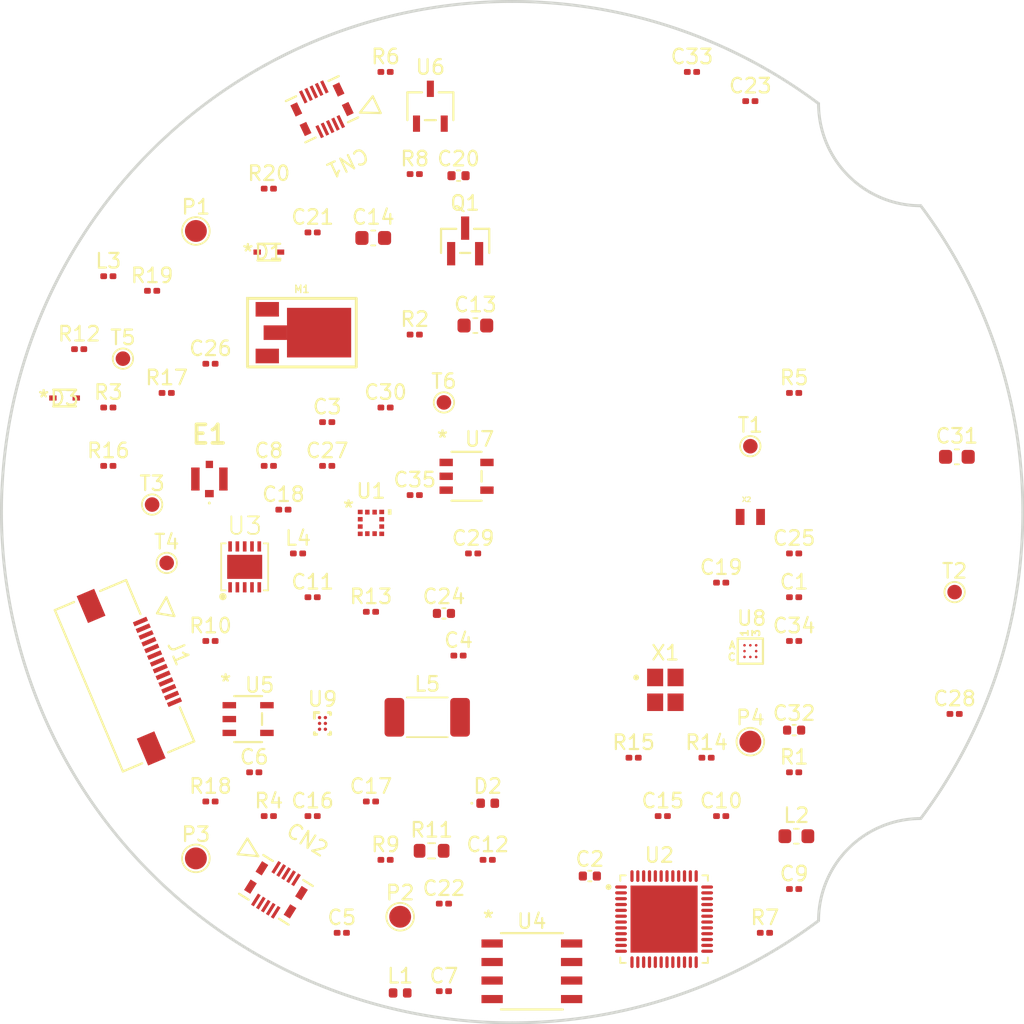
<source format=kicad_pcb>
(kicad_pcb (version 20240108) (generator "pcbnew") (generator_version "8.0")
  (layers (0 "F.Cu" signal) (31 "B.Cu" signal) (34 "B.Paste" user) (35 "F.Paste" user) (36 "B.SilkS" user "B.Silkscreen") (37 "F.SilkS" user "F.Silkscreen") (38 "B.Mask" user) (39 "F.Mask" user) (44 "Edge.Cuts" user))
  (net 0 "")
  (net 1 "Net-(U2-DEC4)")
  (net 2 "GND")
  (net 3 "3V3")
  (net 4 "Net-(U2-XC2)")
  (net 5 "Net-(U1-IO_VDD)")
  (net 6 "Net-(U2-P0.00{slash}XL1)")
  (net 7 "Net-(U2-XC1)")
  (net 8 "Net-(U2-DEC1)")
  (net 9 "Net-(U2-P0.01{slash}XL2)")
  (net 10 "Net-(U2-DEC3)")
  (net 11 "Net-(U2-DEC2)")
  (net 12 "Net-(U3-VREG)")
  (net 13 "Net-(C15-Pad1)")
  (net 14 "Net-(C15-Pad2)")
  (net 15 "Net-(U2-ANT)")
  (net 16 "VBAT")
  (net 17 "Net-(U5-CE)")
  (net 18 "Net-(D1-CATHODE)")
  (net 19 "Net-(D3-CATHODE)")
  (net 20 "Net-(D3-ANODE)")
  (net 21 "Net-(J1-VPP)")
  (net 22 "Net-(J1-VCOMH)")
  (net 23 "POWER_UP")
  (net 24 "BAT_P")
  (net 25 "RX2")
  (net 26 "RX3")
  (net 27 "TX0")
  (net 28 "RX1")
  (net 34 "SCL")
  (net 35 "HR_EN2")
  (net 36 "HR_INT")
  (net 37 "SDA")
  (net 38 "VUSB")
  (net 40 "Net-(J1-IREF)")
  (net 41 "SPI_CLK")
  (net 43 "OLED_CS")
  (net 44 "OLED_RES")
  (net 45 "OLED_A0")
  (net 46 "MOSI")
  (net 47 "Net-(L1-Pad2)")
  (net 48 "Net-(U2-DCC)")
  (net 49 "Net-(U9-SW)")
  (net 50 "Net-(Q1-B)")
  (net 51 "Net-(U3-CRX1)")
  (net 52 "Net-(U3-CRX3)")
  (net 53 "Net-(U3-CRX2)")
  (net 54 "RDY")
  (net 55 "Net-(U4-~HOLD~)")
  (net 56 "CLK")
  (net 57 "Net-(U4-~WP~)")
  (net 58 "C_STATUS")
  (net 59 "Net-(U7-ISEN)")
  (net 60 "MOTOR_DRV")
  (net 61 "Net-(U9-FB)")
  (net 62 "RX")
  (net 63 "TX")
  (net 64 "DIO")
  (net 65 "AC_CLK")
  (net 66 "AC_INT1")
  (net 68 "AC_MISO")
  (net 69 "AC_MOSI")
  (net 70 "AC_CS#")
  (net 74 "OLED_EN1")
  (net 78 "FLASH_CS")
  (net 80 "MISO")
  (net 81 "INT")
  (footprint "OD07_PLUS_-easyedapro:R_0201_0603Metric" (layer "F.Cu") (at 143.325 125.83000000000001 0.0)
    (property "Reference" "R4" (at 0 -1.05 0) (layer "F.SilkS"))
    (property "Value" "10K")
    (pad "1" smd roundrect (at -0.32 0) (size 0.46 0.4) (layers "F.Cu" "F.Mask") (net 54 "RDY"))
    (pad "2" smd roundrect (at 0.32 0) (size 0.46 0.4) (layers "F.Cu" "F.Mask") (net 3 "3V3"))
  )
  (footprint "OD07_PLUS_-easyedapro:C_0201_0603Metric" (layer "F.Cu") (at 174.325 109.83000000000001 0.0)
    (property "Reference" "C19" (at 0 -1.05 0) (layer "F.SilkS"))
    (property "Value" "0.1uF")
    (pad "1" smd roundrect (at -0.32 0) (size 0.46 0.4) (layers "F.Cu" "F.Mask") (net 2 "GND"))
    (pad "2" smd roundrect (at 0.32 0) (size 0.46 0.4) (layers "F.Cu" "F.Mask") (net 3 "3V3"))
  )
  (footprint "OD07_PLUS_-easyedapro:C_0201_0603Metric" (layer "F.Cu") (at 150.325 124.83000000000001 0.0)
    (property "Reference" "C17" (at 0 -1.05 0) (layer "F.SilkS"))
    (property "Value" "NC")
    (pad "1" smd roundrect (at -0.32 0) (size 0.46 0.4) (layers "F.Cu" "F.Mask") (net 14 "Net-(C15-Pad2)"))
    (pad "2" smd roundrect (at 0.32 0) (size 0.46 0.4) (layers "F.Cu" "F.Mask") (net 2 "GND"))
  )
  (footprint "OD07_PLUS_-easyedapro:TestPoint_Pad_D1.0mm" (layer "F.Cu") (at 190.325 110.48 0.0)
    (property "Reference" "T2" (at 0 -1.448 0) (layer "F.SilkS"))
    (property "Value" "TX")
    (pad "1" smd circle (at 0 0) (size 1 1) (layers "F.Cu" "F.Mask") (net 63 "TX"))
  )
  (footprint "OD07_PLUS_-easyedapro:C_0201_0603Metric" (layer "F.Cu") (at 147.325 101.83 0.0)
    (property "Reference" "C27" (at 0 -1.05 0) (layer "F.SilkS"))
    (property "Value" "0.1uF")
    (pad "1" smd roundrect (at -0.32 0) (size 0.46 0.4) (layers "F.Cu" "F.Mask") (net 2 "GND"))
    (pad "2" smd roundrect (at 0.32 0) (size 0.46 0.4) (layers "F.Cu" "F.Mask") (net 3 "3V3"))
  )
  (footprint "OD07_PLUS_-easyedapro:R_0201_0603Metric" (layer "F.Cu") (at 153.325 81.83 0.0)
    (property "Reference" "R8" (at 0 -1.05 0) (layer "F.SilkS"))
    (property "Value" "10K")
    (pad "1" smd roundrect (at -0.32 0) (size 0.46 0.4) (layers "F.Cu" "F.Mask") (net 3 "3V3"))
    (pad "2" smd roundrect (at 0.32 0) (size 0.46 0.4) (layers "F.Cu" "F.Mask") (net 58 "C_STATUS"))
  )
  (footprint "OD07_PLUS_-easyedapro:CON_559099872" (layer "F.Cu") (at 146.97019948643208 77.38801487468777 -154.73787081820382)
    (property "Reference" "CN1" (at 0 -4.05 -154.73787081820382) (layer "F.SilkS"))
    (property "Value" "")
    (fp_text user "" (at 0 -7.619999 0) (layer "F.SilkS"))
    (pad "1" smd rect (at -0.800001 -1.314999 -154.73787081820382) (size 0.22 0.9) (layers "F.Cu" "F.Paste" "F.Mask") (net 28 "RX1"))
    (pad "2" smd rect (at -0.399999 -1.314999 -154.73787081820382) (size 0.22 0.9) (layers "F.Cu" "F.Paste" "F.Mask") (net 25 "RX2"))
    (pad "3" smd rect (at 0 -1.314999 -154.73787081820382) (size 0.22 0.9) (layers "F.Cu" "F.Paste" "F.Mask") (net 26 "RX3"))
    (pad "4" smd rect (at 0.399999 -1.314999 -154.73787081820382) (size 0.22 0.9) (layers "F.Cu" "F.Paste" "F.Mask") (net 27 "TX0"))
    (pad "5" smd rect (at 0.800001 -1.314999 -154.73787081820382) (size 0.22 0.9) (layers "F.Cu" "F.Paste" "F.Mask"))
    (pad "6" smd rect (at -0.800001 1.314999 -154.73787081820382) (size 0.22 0.9) (layers "F.Cu" "F.Paste" "F.Mask"))
    (pad "7" smd rect (at -0.399999 1.314999 -154.73787081820382) (size 0.22 0.9) (layers "F.Cu" "F.Paste" "F.Mask"))
    (pad "8" smd rect (at 0 1.314999 -154.73787081820382) (size 0.22 0.9) (layers "F.Cu" "F.Paste" "F.Mask"))
    (pad "9" smd rect (at 0.399999 1.314999 -154.73787081820382) (size 0.22 0.9) (layers "F.Cu" "F.Paste" "F.Mask") (net 2 "GND"))
    (pad "10" smd rect (at 0.800001 1.314999 -154.73787081820382) (size 0.22 0.9) (layers "F.Cu" "F.Paste" "F.Mask") (net 2 "GND"))
    (pad "P1" smd rect (at -1.6 0.74 -154.73787081820382) (size 0.5 0.85) (layers "F.Cu" "F.Paste" "F.Mask"))
    (pad "P2" smd rect (at 1.599997 0.74 -154.73787081820382) (size 0.5 0.85) (layers "F.Cu" "F.Paste" "F.Mask"))
    (pad "P3" smd rect (at -1.6 -0.74 -154.73787081820382) (size 0.5 0.85) (layers "F.Cu" "F.Paste" "F.Mask"))
    (pad "P4" smd rect (at 1.599997 -0.74 -154.73787081820382) (size 0.5 0.85) (layers "F.Cu" "F.Paste" "F.Mask"))
  )
  (footprint "OD07_PLUS_-easyedapro:D_0402_1005Metric" (layer "F.Cu") (at 158.325 124.95 0.0)
    (property "Reference" "D2" (at 0 -1.17 0) (layer "F.SilkS"))
    (property "Value" "BTR04F15")
    (pad "1" smd roundrect (at -0.485 0) (size 0.59 0.64) (layers "F.Cu" "F.Paste" "F.Mask") (net 2 "GND"))
    (pad "2" smd roundrect (at 0.485 0) (size 0.59 0.64) (layers "F.Cu" "F.Paste" "F.Mask") (net 38 "VUSB"))
  )
  (footprint "OD07_PLUS_-easyedapro:C_0201_0603Metric" (layer "F.Cu") (at 147.325 98.83 0.0)
    (property "Reference" "C3" (at 0 -1.05 0) (layer "F.SilkS"))
    (property "Value" "0.1uF")
    (pad "1" smd roundrect (at -0.32 0) (size 0.46 0.4) (layers "F.Cu" "F.Mask") (net 2 "GND"))
    (pad "2" smd roundrect (at 0.32 0) (size 0.46 0.4) (layers "F.Cu" "F.Mask") (net 3 "3V3"))
  )
  (footprint "OD07_PLUS_-easyedapro:L_0201_0603Metric" (layer "F.Cu") (at 132.325 88.83 0.0)
    (property "Reference" "L3" (at 0 -1.05 0) (layer "F.SilkS"))
    (property "Value" "3.9nH")
    (pad "1" smd roundrect (at -0.32 0) (size 0.46 0.4) (layers "F.Cu" "F.Mask") (net 15 "Net-(U2-ANT)"))
    (pad "2" smd roundrect (at 0.32 0) (size 0.46 0.4) (layers "F.Cu" "F.Mask") (net 13 "Net-(C15-Pad1)"))
  )
  (footprint "OD07_PLUS_-easyedapro:C_0603_1608Metric" (layer "F.Cu") (at 190.48000000000002 101.21 0.0)
    (property "Reference" "C31" (at 0 -1.43 0) (layer "F.SilkS"))
    (property "Value" "2.2uF")
    (pad "1" smd roundrect (at -0.775 0) (size 0.9 0.95) (layers "F.Cu" "F.Paste" "F.Mask") (net 21 "Net-(J1-VPP)"))
    (pad "2" smd roundrect (at 0.775 0) (size 0.9 0.95) (layers "F.Cu" "F.Paste" "F.Mask") (net 2 "GND"))
  )
  (footprint "OD07_PLUS_-easyedapro:C_0201_0603Metric" (layer "F.Cu") (at 151.325 97.83 0.0)
    (property "Reference" "C30" (at 0 -1.05 0) (layer "F.SilkS"))
    (property "Value" "0.1uF")
    (pad "1" smd roundrect (at -0.32 0) (size 0.46 0.4) (layers "F.Cu" "F.Mask") (net 2 "GND"))
    (pad "2" smd roundrect (at 0.32 0) (size 0.46 0.4) (layers "F.Cu" "F.Mask") (net 21 "Net-(J1-VPP)"))
  )
  (footprint "OD07_PLUS_-easyedapro:CON_5051101392_MOL" (layer "F.Cu") (at 133.43273268521878 116.21303198831464 -67.11725995340518)
    (property "Reference" "J1" (at 0 -4.05 -67.11725995340518) (layer "F.SilkS"))
    (property "Value" "")
    (fp_text user "" (at 0 -8.89 0) (layer "F.SilkS"))
    (pad "1" smd rect (at -2.999999 -2.45 -67.11725995340518) (size 0.3 1) (layers "F.Cu" "F.Paste" "F.Mask"))
    (pad "2" smd rect (at -2.5 -2.45 -67.11725995340518) (size 0.3 1) (layers "F.Cu" "F.Paste" "F.Mask") (net 21 "Net-(J1-VPP)"))
    (pad "3" smd rect (at -1.999999 -2.45 -67.11725995340518) (size 0.3 1) (layers "F.Cu" "F.Paste" "F.Mask") (net 22 "Net-(J1-VCOMH)"))
    (pad "4" smd rect (at -1.5 -2.45 -67.11725995340518) (size 0.3 1) (layers "F.Cu" "F.Paste" "F.Mask") (net 3 "3V3"))
    (pad "5" smd rect (at -0.999998 -2.45 -67.11725995340518) (size 0.3 1) (layers "F.Cu" "F.Paste" "F.Mask") (net 2 "GND"))
    (pad "6" smd rect (at -0.499999 -2.45 -67.11725995340518) (size 0.3 1) (layers "F.Cu" "F.Paste" "F.Mask") (net 40 "Net-(J1-IREF)"))
    (pad "7" smd rect (at 0 -2.45 -67.11725995340518) (size 0.3 1) (layers "F.Cu" "F.Paste" "F.Mask") (net 43 "OLED_CS"))
    (pad "8" smd rect (at 0.500002 -2.45 -67.11725995340518) (size 0.3 1) (layers "F.Cu" "F.Paste" "F.Mask") (net 44 "OLED_RES"))
    (pad "9" smd rect (at 1.000001 -2.45 -67.11725995340518) (size 0.3 1) (layers "F.Cu" "F.Paste" "F.Mask") (net 45 "OLED_A0"))
    (pad "10" smd rect (at 1.500002 -2.45 -67.11725995340518) (size 0.3 1) (layers "F.Cu" "F.Paste" "F.Mask") (net 41 "SPI_CLK"))
    (pad "11" smd rect (at 2.000001 -2.45 -67.11725995340518) (size 0.3 1) (layers "F.Cu" "F.Paste" "F.Mask") (net 46 "MOSI"))
    (pad "12" smd rect (at 2.5 -2.45 -67.11725995340518) (size 0.3 1) (layers "F.Cu" "F.Paste" "F.Mask") (net 2 "GND"))
    (pad "13" smd rect (at 3.000002 -2.45 -67.11725995340518) (size 0.3 1) (layers "F.Cu" "F.Paste" "F.Mask"))
    (pad "P1" smd rect (at -5.299994 0.249999 -67.11725995340518) (size 2 1.3) (layers "F.Cu" "F.Paste" "F.Mask"))
    (pad "P2" smd rect (at 5.299994 0.249999 -67.11725995340518) (size 2 1.3) (layers "F.Cu" "F.Paste" "F.Mask"))
  )
  (footprint "OD07_PLUS_-easyedapro:C_0201_0603Metric" (layer "F.Cu") (at 179.325 130.83 0.0)
    (property "Reference" "C9" (at 0 -1.05 0) (layer "F.SilkS"))
    (property "Value" "0.1uF")
    (pad "1" smd roundrect (at -0.32 0) (size 0.46 0.4) (layers "F.Cu" "F.Mask") (net 8 "Net-(U2-DEC1)"))
    (pad "2" smd roundrect (at 0.32 0) (size 0.46 0.4) (layers "F.Cu" "F.Mask") (net 2 "GND"))
  )
  (footprint "OD07_PLUS_-easyedapro:L_0402_1005Metric" (layer "F.Cu") (at 152.325 137.95 0.0)
    (property "Reference" "L1" (at 0 -1.17 0) (layer "F.SilkS"))
    (property "Value" "15nH")
    (pad "1" smd roundrect (at -0.485 0) (size 0.59 0.64) (layers "F.Cu" "F.Paste" "F.Mask") (net 1 "Net-(U2-DEC4)"))
    (pad "2" smd roundrect (at 0.485 0) (size 0.59 0.64) (layers "F.Cu" "F.Paste" "F.Mask") (net 47 "Net-(L1-Pad2)"))
  )
  (footprint "OD07_PLUS_-easyedapro:C_0201_0603Metric" (layer "F.Cu") (at 143.325 101.83 0.0)
    (property "Reference" "C8" (at 0 -1.05 0) (layer "F.SilkS"))
    (property "Value" "12pF")
    (pad "1" smd roundrect (at -0.32 0) (size 0.46 0.4) (layers "F.Cu" "F.Mask") (net 7 "Net-(U2-XC1)"))
    (pad "2" smd roundrect (at 0.32 0) (size 0.46 0.4) (layers "F.Cu" "F.Mask") (net 2 "GND"))
  )
  (footprint "OD07_PLUS_-easyedapro:SOT-23_MCC" (layer "F.Cu") (at 156.778 86.4104 0.0)
    (property "Reference" "Q1" (at -0.01 -2.59 0) (layer "F.SilkS"))
    (property "Value" "MMBT3904")
    (pad "1" smd rect (at -0.95885 0.8763) (size 0.5588 1.6002) (layers "F.Cu" "F.Paste" "F.Mask") (net 50 "Net-(Q1-B)"))
    (pad "2" smd rect (at 0.95885 0.8763) (size 0.5588 1.6002) (layers "F.Cu" "F.Paste" "F.Mask") (net 2 "GND"))
    (pad "3" smd rect (at 0 -0.8763) (size 0.5588 1.6002) (layers "F.Cu" "F.Paste" "F.Mask") (net 20 "Net-(D3-ANODE)"))
  )
  (footprint "OD07_PLUS_-easyedapro:TestPoint_Pad_D1.5mm" (layer "F.Cu") (at 138.325 128.73000000000002 0.0)
    (property "Reference" "P3" (at 0 -1.648 0) (layer "F.SilkS"))
    (property "Value" "GND")
    (pad "1" smd circle (at 0 0) (size 1.5 1.5) (layers "F.Cu" "F.Mask") (net 2 "GND"))
  )
  (footprint "OD07_PLUS_-easyedapro:C_0201_0603Metric" (layer "F.Cu") (at 158.325 128.83 0.0)
    (property "Reference" "C12" (at 0 -1.05 0) (layer "F.SilkS"))
    (property "Value" "NC")
    (pad "1" smd roundrect (at -0.32 0) (size 0.46 0.4) (layers "F.Cu" "F.Mask") (net 11 "Net-(U2-DEC2)"))
    (pad "2" smd roundrect (at 0.32 0) (size 0.46 0.4) (layers "F.Cu" "F.Mask") (net 2 "GND"))
  )
  (footprint "OD07_PLUS_-easyedapro:R_0201_0603Metric" (layer "F.Cu") (at 179.325 96.83 0.0)
    (property "Reference" "R5" (at 0 -1.05 0) (layer "F.SilkS"))
    (property "Value" "10K")
    (pad "1" smd roundrect (at -0.32 0) (size 0.46 0.4) (layers "F.Cu" "F.Mask") (net 3 "3V3"))
    (pad "2" smd roundrect (at 0.32 0) (size 0.46 0.4) (layers "F.Cu" "F.Mask") (net 55 "Net-(U4-~HOLD~)"))
  )
  (footprint "OD07_PLUS_-easyedapro:TestPoint_Pad_D1.0mm" (layer "F.Cu") (at 135.325 104.48 0.0)
    (property "Reference" "T3" (at 0 -1.448 0) (layer "F.SilkS"))
    (property "Value" "SWDIO")
    (pad "1" smd circle (at 0 0) (size 1 1) (layers "F.Cu" "F.Mask") (net 64 "DIO"))
  )
  (footprint "OD07_PLUS_-easyedapro:TestPoint_Pad_D1.5mm" (layer "F.Cu") (at 176.325 120.73 0.0)
    (property "Reference" "P4" (at 0 -1.648 0) (layer "F.SilkS"))
    (property "Value" "B-")
    (pad "1" smd circle (at 0 0) (size 1.5 1.5) (layers "F.Cu" "F.Mask") (net 2 "GND"))
  )
  (footprint "OD07_PLUS_-easyedapro:WL-CSPBGA8_1p2x1p2x0p5_AKM" (layer "F.Cu") (at 176.325 114.5245 0.0)
    (property "Reference" "U8" (at 0.09 -2.25 0) (layer "F.SilkS"))
    (property "Value" "AK09911C")
    (fp_text user "C" (at -1.28 0.41 0) (layer "F.SilkS") (effects (font (size 0.5 0.5))))
    (fp_text user "1" (at -0.4 -1.2446 90) (layer "F.SilkS") (effects (font (size 0.5 0.5))))
    (fp_text user "A" (at -1.2446 -0.4 0) (layer "F.SilkS") (effects (font (size 0.5 0.5))))
    (fp_text user "3" (at 0.4 -1.2446 90) (layer "F.SilkS") (effects (font (size 0.5 0.5))))
    (pad "A1" smd circle (at -0.4 -0.4) (size 0.1778 0.1778) (layers "F.Cu" "F.Paste" "F.Mask") (net 3 "3V3"))
    (pad "A2" smd circle (at 0 -0.4) (size 0.1778 0.1778) (layers "F.Cu" "F.Paste" "F.Mask"))
    (pad "A3" smd circle (at 0.4 -0.4) (size 0.1778 0.1778) (layers "F.Cu" "F.Paste" "F.Mask") (net 81 "INT"))
    (pad "B1" smd circle (at -0.4 0) (size 0.1778 0.1778) (layers "F.Cu" "F.Paste" "F.Mask") (net 2 "GND"))
    (pad "B3" smd circle (at 0.4 0) (size 0.1778 0.1778) (layers "F.Cu" "F.Paste" "F.Mask") (net 34 "SCL"))
    (pad "C1" smd circle (at -0.4 0.4) (size 0.1778 0.1778) (layers "F.Cu" "F.Paste" "F.Mask") (net 3 "3V3"))
    (pad "C2" smd circle (at 0 0.4) (size 0.1778 0.1778) (layers "F.Cu" "F.Paste" "F.Mask"))
    (pad "C3" smd circle (at 0.4 0.4) (size 0.1778 0.1778) (layers "F.Cu" "F.Paste" "F.Mask") (net 37 "SDA"))
  )
  (footprint "OD07_PLUS_-easyedapro:R_0201_0603Metric" (layer "F.Cu") (at 151.325 128.83 0.0)
    (property "Reference" "R9" (at 0 -1.05 0) (layer "F.SilkS"))
    (property "Value" "NC")
    (pad "1" smd roundrect (at -0.32 0) (size 0.46 0.4) (layers "F.Cu" "F.Mask") (net 17 "Net-(U5-CE)"))
    (pad "2" smd roundrect (at 0.32 0) (size 0.46 0.4) (layers "F.Cu" "F.Mask") (net 16 "VBAT"))
  )
  (footprint "OD07_PLUS_-easyedapro:R_0201_0603Metric" (layer "F.Cu") (at 153.325 92.83 0.0)
    (property "Reference" "R2" (at 0 -1.05 0) (layer "F.SilkS"))
    (property "Value" "330R")
    (pad "1" smd roundrect (at -0.32 0) (size 0.46 0.4) (layers "F.Cu" "F.Mask") (net 52 "Net-(U3-CRX3)"))
    (pad "2" smd roundrect (at 0.32 0) (size 0.46 0.4) (layers "F.Cu" "F.Mask") (net 26 "RX3"))
  )
  (footprint "OD07_PLUS_-easyedapro:C_0201_0603Metric" (layer "F.Cu") (at 170.325 125.83000000000001 0.0)
    (property "Reference" "C15" (at 0 -1.05 0) (layer "F.SilkS"))
    (property "Value" "12pF")
    (pad "1" smd roundrect (at -0.32 0) (size 0.46 0.4) (layers "F.Cu" "F.Mask") (net 13 "Net-(C15-Pad1)"))
    (pad "2" smd roundrect (at 0.32 0) (size 0.46 0.4) (layers "F.Cu" "F.Mask") (net 14 "Net-(C15-Pad2)"))
  )
  (footprint "OD07_PLUS_-easyedapro:CR_350TA_DIO" (layer "F.Cu") (at 143.325 87.1785 0.0)
    (property "Reference" "D1" (at 0 0 0) (layer "F.SilkS"))
    (property "Value" "ZHCS350TA")
    (fp_text user "*" (at -1.4351 0 0) (layer "F.SilkS"))
    (fp_text user "*" (at -1.4351 0 0) (layer "F.SilkS"))
    (pad "1" smd rect (at -0.8001 0) (size 0.508 0.3556) (layers "F.Cu" "F.Paste" "F.Mask") (net 38 "VUSB"))
    (pad "2" smd rect (at 0.8001 0) (size 0.508 0.3556) (layers "F.Cu" "F.Paste" "F.Mask") (net 18 "Net-(D1-CATHODE)"))
  )
  (footprint "OD07_PLUS_-easyedapro:C_0402_1005Metric" (layer "F.Cu") (at 165.325 129.94 0.0)
    (property "Reference" "C2" (at 0 -1.16 0) (layer "F.SilkS"))
    (property "Value" "4.7uF")
    (pad "1" smd roundrect (at -0.48 0) (size 0.56 0.62) (layers "F.Cu" "F.Paste" "F.Mask") (net 2 "GND"))
    (pad "2" smd roundrect (at 0.48 0) (size 0.56 0.62) (layers "F.Cu" "F.Paste" "F.Mask") (net 3 "3V3"))
  )
  (footprint "OD07_PLUS_-easyedapro:IQS263B" (layer "F.Cu") (at 141.66957329231266 108.74957329231265 0.0)
    (property "Reference" "U3" (at 0 -2.81 0) (layer "F.SilkS") (effects (font (size 1.2 1.2) (thickness 0.12))))
    (property "Value" "IQS263")
    (pad "1" smd rect (at -1 1.4 90) (size 0.7 0.25) (layers "F.Cu" "F.Paste" "F.Mask") (net 2 "GND"))
    (pad "2" smd rect (at -0.5 1.4 90) (size 0.7 0.25) (layers "F.Cu" "F.Paste" "F.Mask") (net 51 "Net-(U3-CRX1)"))
    (pad "3" smd rect (at 0 1.4 90) (size 0.7 0.25) (layers "F.Cu" "F.Paste" "F.Mask") (net 53 "Net-(U3-CRX2)"))
    (pad "4" smd rect (at 0.5 1.4 90) (size 0.7 0.25) (layers "F.Cu" "F.Paste" "F.Mask") (net 3 "3V3"))
    (pad "5" smd rect (at 1 1.4 90) (size 0.7 0.25) (layers "F.Cu" "F.Paste" "F.Mask") (net 12 "Net-(U3-VREG)"))
    (pad "6" smd rect (at 1 -1.4 90) (size 0.7 0.25) (layers "F.Cu" "F.Paste" "F.Mask") (net 54 "RDY"))
    (pad "7" smd rect (at 0.5 -1.4 90) (size 0.7 0.25) (layers "F.Cu" "F.Paste" "F.Mask") (net 37 "SDA"))
    (pad "8" smd rect (at 0 -1.4 90) (size 0.7 0.25) (layers "F.Cu" "F.Paste" "F.Mask") (net 34 "SCL"))
    (pad "9" smd rect (at -0.5 -1.4 90) (size 0.7 0.25) (layers "F.Cu" "F.Paste" "F.Mask") (net 52 "Net-(U3-CRX3)"))
    (pad "10" smd rect (at -1 -1.4 90) (size 0.7 0.25) (layers "F.Cu" "F.Paste" "F.Mask") (net 27 "TX0"))
    (pad "11" smd rect (at 0 0) (size 2.4 1.65) (layers "F.Cu" "F.Paste" "F.Mask") (net 2 "GND"))
  )
  (footprint "OD07_PLUS_-easyedapro:TestPoint_Pad_D1.0mm" (layer "F.Cu") (at 155.325 97.48 0.0)
    (property "Reference" "T6" (at 0 -1.448 0) (layer "F.SilkS"))
    (property "Value" "GND")
    (pad "1" smd circle (at 0 0) (size 1 1) (layers "F.Cu" "F.Mask") (net 2 "GND"))
  )
  (footprint "OD07_PLUS_-easyedapro:CR_350TA_DIO" (layer "F.Cu") (at 129.325 97.1785 0.0)
    (property "Reference" "D3" (at 0 0 0) (layer "F.SilkS"))
    (property "Value" "ZHCS350TA")
    (fp_text user "*" (at -1.4351 0 0) (layer "F.SilkS"))
    (fp_text user "*" (at -1.4351 0 0) (layer "F.SilkS"))
    (pad "1" smd rect (at -0.8001 0) (size 0.508 0.3556) (layers "F.Cu" "F.Paste" "F.Mask") (net 20 "Net-(D3-ANODE)"))
    (pad "2" smd rect (at 0.8001 0) (size 0.508 0.3556) (layers "F.Cu" "F.Paste" "F.Mask") (net 19 "Net-(D3-CATHODE)"))
  )
  (footprint "OD07_PLUS_-easyedapro:C_0201_0603Metric" (layer "F.Cu") (at 146.325 110.83000000000001 0.0)
    (property "Reference" "C11" (at 0 -1.05 0) (layer "F.SilkS"))
    (property "Value" "100pF")
    (pad "1" smd roundrect (at -0.32 0) (size 0.46 0.4) (layers "F.Cu" "F.Mask") (net 10 "Net-(U2-DEC3)"))
    (pad "2" smd roundrect (at 0.32 0) (size 0.46 0.4) (layers "F.Cu" "F.Mask") (net 2 "GND"))
  )
  (footprint "OD07_PLUS_-easyedapro:CON_559099872" (layer "F.Cu") (at 143.81238488865552 130.88743276756145 -32.018081909724444)
    (property "Reference" "CN2" (at 0 -4.05 -32.018081909724444) (layer "F.SilkS"))
    (property "Value" "")
    (fp_text user "" (at 0 -7.619999 0) (layer "F.SilkS"))
    (pad "1" smd rect (at -0.800001 -1.314999 -32.018081909724444) (size 0.22 0.9) (layers "F.Cu" "F.Paste" "F.Mask") (net 37 "SDA"))
    (pad "2" smd rect (at -0.399999 -1.314999 -32.018081909724444) (size 0.22 0.9) (layers "F.Cu" "F.Paste" "F.Mask") (net 34 "SCL"))
    (pad "3" smd rect (at 0 -1.314999 -32.018081909724444) (size 0.22 0.9) (layers "F.Cu" "F.Paste" "F.Mask") (net 36 "HR_INT"))
    (pad "4" smd rect (at 0.399999 -1.314999 -32.018081909724444) (size 0.22 0.9) (layers "F.Cu" "F.Paste" "F.Mask") (net 35 "HR_EN2"))
    (pad "5" smd rect (at 0.800001 -1.314999 -32.018081909724444) (size 0.22 0.9) (layers "F.Cu" "F.Paste" "F.Mask") (net 3 "3V3"))
    (pad "6" smd rect (at -0.800001 1.314999 -32.018081909724444) (size 0.22 0.9) (layers "F.Cu" "F.Paste" "F.Mask") (net 16 "VBAT"))
    (pad "7" smd rect (at -0.399999 1.314999 -32.018081909724444) (size 0.22 0.9) (layers "F.Cu" "F.Paste" "F.Mask") (net 16 "VBAT"))
    (pad "8" smd rect (at 0 1.314999 -32.018081909724444) (size 0.22 0.9) (layers "F.Cu" "F.Paste" "F.Mask"))
    (pad "9" smd rect (at 0.399999 1.314999 -32.018081909724444) (size 0.22 0.9) (layers "F.Cu" "F.Paste" "F.Mask") (net 2 "GND"))
    (pad "10" smd rect (at 0.800001 1.314999 -32.018081909724444) (size 0.22 0.9) (layers "F.Cu" "F.Paste" "F.Mask") (net 2 "GND"))
    (pad "P1" smd rect (at -1.6 0.74 -32.018081909724444) (size 0.5 0.85) (layers "F.Cu" "F.Paste" "F.Mask"))
    (pad "P2" smd rect (at 1.599997 0.74 -32.018081909724444) (size 0.5 0.85) (layers "F.Cu" "F.Paste" "F.Mask"))
    (pad "P3" smd rect (at -1.6 -0.74 -32.018081909724444) (size 0.5 0.85) (layers "F.Cu" "F.Paste" "F.Mask"))
    (pad "P4" smd rect (at 1.599997 -0.74 -32.018081909724444) (size 0.5 0.85) (layers "F.Cu" "F.Paste" "F.Mask"))
  )
  (footprint "OD07_PLUS_-easyedapro:C_0603_1608Metric" (layer "F.Cu") (at 150.48 86.21000000000001 0.0)
    (property "Reference" "C14" (at 0 -1.43 0) (layer "F.SilkS"))
    (property "Value" "2.2uF")
    (pad "1" smd roundrect (at -0.775 0) (size 0.9 0.95) (layers "F.Cu" "F.Paste" "F.Mask") (net 12 "Net-(U3-VREG)"))
    (pad "2" smd roundrect (at 0.775 0) (size 0.9 0.95) (layers "F.Cu" "F.Paste" "F.Mask") (net 2 "GND"))
  )
  (footprint "OD07_PLUS_-easyedapro:R_0201_0603Metric" (layer "F.Cu") (at 132.325 97.83 0.0)
    (property "Reference" "R3" (at 0 -1.05 0) (layer "F.SilkS"))
    (property "Value" "330R")
    (pad "1" smd roundrect (at -0.32 0) (size 0.46 0.4) (layers "F.Cu" "F.Mask") (net 25 "RX2"))
    (pad "2" smd roundrect (at 0.32 0) (size 0.46 0.4) (layers "F.Cu" "F.Mask") (net 53 "Net-(U3-CRX2)"))
  )
  (footprint "OD07_PLUS_-easyedapro:C_0402_1005Metric" (layer "F.Cu") (at 156.325 81.94 0.0)
    (property "Reference" "C20" (at 0 -1.16 0) (layer "F.SilkS"))
    (property "Value" "4.7uF")
    (pad "1" smd roundrect (at -0.48 0) (size 0.56 0.62) (layers "F.Cu" "F.Paste" "F.Mask") (net 3 "3V3"))
    (pad "2" smd roundrect (at 0.48 0) (size 0.56 0.62) (layers "F.Cu" "F.Paste" "F.Mask") (net 2 "GND"))
  )
  (footprint "OD07_PLUS_-easyedapro:R_0201_0603Metric" (layer "F.Cu") (at 168.325 121.83000000000001 0.0)
    (property "Reference" "R15" (at 0 -1.05 0) (layer "F.SilkS"))
    (property "Value" "155K 1%")
    (pad "1" smd roundrect (at -0.32 0) (size 0.46 0.4) (layers "F.Cu" "F.Mask") (net 61 "Net-(U9-FB)"))
    (pad "2" smd roundrect (at 0.32 0) (size 0.46 0.4) (layers "F.Cu" "F.Mask") (net 2 "GND"))
  )
  (footprint "OD07_PLUS_-easyedapro:TestPoint_Pad_D1.5mm" (layer "F.Cu") (at 138.325 85.73 0.0)
    (property "Reference" "P1" (at 0 -1.648 0) (layer "F.SilkS"))
    (property "Value" "VUSB")
    (pad "1" smd circle (at 0 0) (size 1.5 1.5) (layers "F.Cu" "F.Mask") (net 38 "VUSB"))
  )
  (footprint "OD07_PLUS_-easyedapro:R_0201_0603Metric" (layer "F.Cu") (at 173.325 121.83000000000001 0.0)
    (property "Reference" "R14" (at 0 -1.05 0) (layer "F.SilkS"))
    (property "Value" "810K 1%")
    (pad "1" smd roundrect (at -0.32 0) (size 0.46 0.4) (layers "F.Cu" "F.Mask") (net 61 "Net-(U9-FB)"))
    (pad "2" smd roundrect (at 0.32 0) (size 0.46 0.4) (layers "F.Cu" "F.Mask") (net 21 "Net-(J1-VPP)"))
  )
  (footprint "OD07_PLUS_-easyedapro:C_0201_0603Metric" (layer "F.Cu") (at 174.325 125.83000000000001 0.0)
    (property "Reference" "C10" (at 0 -1.05 0) (layer "F.SilkS"))
    (property "Value" "20PF")
    (pad "1" smd roundrect (at -0.32 0) (size 0.46 0.4) (layers "F.Cu" "F.Mask") (net 2 "GND"))
    (pad "2" smd roundrect (at 0.32 0) (size 0.46 0.4) (layers "F.Cu" "F.Mask") (net 9 "Net-(U2-P0.01{slash}XL2)"))
  )
  (footprint "OD07_PLUS_-easyedapro:TestPoint_Pad_D1.0mm" (layer "F.Cu") (at 136.325 108.48 0.0)
    (property "Reference" "T4" (at 0 -1.448 0) (layer "F.SilkS"))
    (property "Value" "SWDCLK")
    (pad "1" smd circle (at 0 0) (size 1 1) (layers "F.Cu" "F.Mask") (net 56 "CLK"))
  )
  (footprint "OD07_PLUS_-easyedapro:R_0201_0603Metric" (layer "F.Cu") (at 135.325 89.83 0.0)
    (property "Reference" "R19" (at 0 -1.05 0) (layer "F.SilkS"))
    (property "Value" "1M_1%")
    (pad "1" smd roundrect (at -0.32 0) (size 0.46 0.4) (layers "F.Cu" "F.Mask") (net 16 "VBAT"))
    (pad "2" smd roundrect (at 0.32 0) (size 0.46 0.4) (layers "F.Cu" "F.Mask") (net 24 "BAT_P"))
  )
  (footprint "OD07_PLUS_-easyedapro:R_0201_0603Metric" (layer "F.Cu") (at 151.325 74.83 0.0)
    (property "Reference" "R6" (at 0 -1.05 0) (layer "F.SilkS"))
    (property "Value" "10K")
    (pad "1" smd roundrect (at -0.32 0) (size 0.46 0.4) (layers "F.Cu" "F.Mask") (net 56 "CLK"))
    (pad "2" smd roundrect (at 0.32 0) (size 0.46 0.4) (layers "F.Cu" "F.Mask") (net 2 "GND"))
  )
  (footprint "OD07_PLUS_-easyedapro:C_0201_0603Metric" (layer "F.Cu") (at 155.325 137.82999999999998 0.0)
    (property "Reference" "C7" (at 0 -1.05 0) (layer "F.SilkS"))
    (property "Value" "20PF")
    (pad "1" smd roundrect (at -0.32 0) (size 0.46 0.4) (layers "F.Cu" "F.Mask") (net 2 "GND"))
    (pad "2" smd roundrect (at 0.32 0) (size 0.46 0.4) (layers "F.Cu" "F.Mask") (net 6 "Net-(U2-P0.00{slash}XL1)"))
  )
  (footprint "OD07_PLUS_-easyedapro:R_0201_0603Metric" (layer "F.Cu") (at 132.325 101.83 0.0)
    (property "Reference" "R16" (at 0 -1.05 0) (layer "F.SilkS"))
    (property "Value" "560K")
    (pad "1" smd roundrect (at -0.32 0) (size 0.46 0.4) (layers "F.Cu" "F.Mask") (net 40 "Net-(J1-IREF)"))
    (pad "2" smd roundrect (at 0.32 0) (size 0.46 0.4) (layers "F.Cu" "F.Mask") (net 2 "GND"))
  )
  (footprint "OD07_PLUS_-easyedapro:R_0201_0603Metric" (layer "F.Cu") (at 139.325 124.83000000000001 0.0)
    (property "Reference" "R18" (at 0 -1.05 0) (layer "F.SilkS"))
    (property "Value" "1M_1%")
    (pad "1" smd roundrect (at -0.32 0) (size 0.46 0.4) (layers "F.Cu" "F.Mask") (net 23 "POWER_UP"))
    (pad "2" smd roundrect (at 0.32 0) (size 0.46 0.4) (layers "F.Cu" "F.Mask") (net 2 "GND"))
  )
  (footprint "OD07_PLUS_-easyedapro:XC61C_SOT-23_TOR" (layer "F.Cu") (at 154.39529039159908 77.18009039159907 0.0)
    (property "Reference" "U6" (at 0 -2.68 0) (layer "F.SilkS"))
    (property "Value" "XC61CC3302MR-G")
    (pad "1" smd rect (at -0.950001 1.1938) (size 0.4826 1.1176) (layers "F.Cu" "F.Paste" "F.Mask") (net 17 "Net-(U5-CE)"))
    (pad "2" smd rect (at 0.950001 1.1938) (size 0.4826 1.1176) (layers "F.Cu" "F.Paste" "F.Mask") (net 2 "GND"))
    (pad "3" smd rect (at 0 -1.1938) (size 0.4826 1.1176) (layers "F.Cu" "F.Paste" "F.Mask") (net 16 "VBAT"))
  )
  (footprint "OD07_PLUS_-easyedapro:C_0201_0603Metric" (layer "F.Cu") (at 157.325 107.83000000000001 0.0)
    (property "Reference" "C29" (at 0 -1.05 0) (layer "F.SilkS"))
    (property "Value" "1uF")
    (pad "1" smd roundrect (at -0.32 0) (size 0.46 0.4) (layers "F.Cu" "F.Mask") (net 16 "VBAT"))
    (pad "2" smd roundrect (at 0.32 0) (size 0.46 0.4) (layers "F.Cu" "F.Mask") (net 2 "GND"))
  )
  (footprint "OD07_PLUS_-easyedapro:R_0603_1608Metric" (layer "F.Cu") (at 154.48 128.21 0.0)
    (property "Reference" "R11" (at 0 -1.43 0) (layer "F.SilkS"))
    (property "Value" "25.5R")
    (pad "1" smd roundrect (at -0.825 0) (size 0.8 0.95) (layers "F.Cu" "F.Paste" "F.Mask") (net 16 "VBAT"))
    (pad "2" smd roundrect (at 0.825 0) (size 0.8 0.95) (layers "F.Cu" "F.Paste" "F.Mask") (net 19 "Net-(D3-CATHODE)"))
  )
  (footprint "OD07_PLUS_-easyedapro:C_0201_0603Metric" (layer "F.Cu") (at 139.325 94.83 0.0)
    (property "Reference" "C26" (at 0 -1.05 0) (layer "F.SilkS"))
    (property "Value" "0.1uF")
    (pad "1" smd roundrect (at -0.32 0) (size 0.46 0.4) (layers "F.Cu" "F.Mask") (net 2 "GND"))
    (pad "2" smd roundrect (at 0.32 0) (size 0.46 0.4) (layers "F.Cu" "F.Mask") (net 3 "3V3"))
  )
  (footprint "OD07_PLUS_-easyedapro:C_0201_0603Metric" (layer "F.Cu") (at 156.325 114.83000000000001 0.0)
    (property "Reference" "C4" (at 0 -1.05 0) (layer "F.SilkS"))
    (property "Value" "12pF")
    (pad "1" smd roundrect (at -0.32 0) (size 0.46 0.4) (layers "F.Cu" "F.Mask") (net 4 "Net-(U2-XC2)"))
    (pad "2" smd roundrect (at 0.32 0) (size 0.46 0.4) (layers "F.Cu" "F.Mask") (net 2 "GND"))
  )
  (footprint "OD07_PLUS_-easyedapro:C_0603_1608Metric" (layer "F.Cu") (at 157.48 92.21 0.0)
    (property "Reference" "C13" (at 0 -1.43 0) (layer "F.SilkS"))
    (property "Value" "2.2uF")
    (pad "1" smd roundrect (at -0.775 0) (size 0.9 0.95) (layers "F.Cu" "F.Paste" "F.Mask") (net 3 "3V3"))
    (pad "2" smd roundrect (at 0.775 0) (size 0.9 0.95) (layers "F.Cu" "F.Paste" "F.Mask") (net 2 "GND"))
  )
  (footprint "OD07_PLUS_-easyedapro:C_0402_1005Metric" (layer "F.Cu") (at 155.325 111.94 0.0)
    (property "Reference" "C24" (at 0 -1.16 0) (layer "F.SilkS"))
    (property "Value" "4.7uF")
    (pad "1" smd roundrect (at -0.48 0) (size 0.56 0.62) (layers "F.Cu" "F.Paste" "F.Mask") (net 16 "VBAT"))
    (pad "2" smd roundrect (at 0.48 0) (size 0.56 0.62) (layers "F.Cu" "F.Paste" "F.Mask") (net 2 "GND"))
  )
  (footprint "OD07_PLUS_-easyedapro:LGA12_2X2_KNX" (layer "F.Cu") (at 150.325 105.7373 0.0)
    (property "Reference" "U1" (at 0 -2.18 0) (layer "F.SilkS"))
    (property "Value" "KX122_1037")
    (fp_text user "*" (at -1.5367 -1 0) (layer "F.SilkS"))
    (fp_text user "*" (at -1.5367 -1 0) (layer "F.SilkS"))
    (pad "1" smd rect (at -0.7366 -0.750001 90) (size 0.3048 0.3302) (layers "F.Cu" "F.Paste" "F.Mask") (net 68 "AC_MISO"))
    (pad "2" smd rect (at -0.7366 -0.25 90) (size 0.3048 0.3302) (layers "F.Cu" "F.Paste" "F.Mask") (net 69 "AC_MOSI"))
    (pad "3" smd rect (at -0.7366 0.25 90) (size 0.3048 0.3302) (layers "F.Cu" "F.Paste" "F.Mask") (net 5 "Net-(U1-IO_VDD)"))
    (pad "4" smd rect (at -0.7366 0.750001 90) (size 0.3048 0.3302) (layers "F.Cu" "F.Paste" "F.Mask") (net 2 "GND"))
    (pad "5" smd rect (at -0.25 0.7366) (size 0.3048 0.3302) (layers "F.Cu" "F.Paste" "F.Mask") (net 66 "AC_INT1"))
    (pad "6" smd rect (at 0.25 0.7366) (size 0.3048 0.3302) (layers "F.Cu" "F.Paste" "F.Mask"))
    (pad "7" smd rect (at 0.7366 0.750001 90) (size 0.3048 0.3302) (layers "F.Cu" "F.Paste" "F.Mask") (net 3 "3V3"))
    (pad "8" smd rect (at 0.7366 0.25 90) (size 0.3048 0.3302) (layers "F.Cu" "F.Paste" "F.Mask") (net 2 "GND"))
    (pad "9" smd rect (at 0.7366 -0.25 90) (size 0.3048 0.3302) (layers "F.Cu" "F.Paste" "F.Mask") (net 2 "GND"))
    (pad "10" smd rect (at 0.7366 -0.750001 90) (size 0.3048 0.3302) (layers "F.Cu" "F.Paste" "F.Mask") (net 70 "AC_CS#"))
    (pad "11" smd rect (at 0.25 -0.7366) (size 0.3048 0.3302) (layers "F.Cu" "F.Paste" "F.Mask"))
    (pad "12" smd rect (at -0.25 -0.7366) (size 0.3048 0.3302) (layers "F.Cu" "F.Paste" "F.Mask") (net 65 "AC_CLK"))
  )
  (footprint "OD07_PLUS_-easyedapro:C_0201_0603Metric" (layer "F.Cu") (at 153.325 103.83000000000001 0.0)
    (property "Reference" "C35" (at 0 -1.05 0) (layer "F.SilkS"))
    (property "Value" "0.1uF")
    (pad "1" smd roundrect (at -0.32 0) (size 0.46 0.4) (layers "F.Cu" "F.Mask") (net 24 "BAT_P"))
    (pad "2" smd roundrect (at 0.32 0) (size 0.46 0.4) (layers "F.Cu" "F.Mask") (net 2 "GND"))
  )
  (footprint "OD07_PLUS_-easyedapro:C_0201_0603Metric" (layer "F.Cu") (at 148.325 133.83 0.0)
    (property "Reference" "C5" (at 0 -1.05 0) (layer "F.SilkS"))
    (property "Value" "0.1uF")
    (pad "1" smd roundrect (at -0.32 0) (size 0.46 0.4) (layers "F.Cu" "F.Mask") (net 5 "Net-(U1-IO_VDD)"))
    (pad "2" smd roundrect (at 0.32 0) (size 0.46 0.4) (layers "F.Cu" "F.Mask") (net 2 "GND"))
  )
  (footprint "OD07_PLUS_-easyedapro:C_0201_0603Metric" (layer "F.Cu") (at 155.325 131.83 0.0)
    (property "Reference" "C22" (at 0 -1.05 0) (layer "F.SilkS"))
    (property "Value" "0.1uF")
    (pad "1" smd roundrect (at -0.32 0) (size 0.46 0.4) (layers "F.Cu" "F.Mask") (net 2 "GND"))
    (pad "2" smd roundrect (at 0.32 0) (size 0.46 0.4) (layers "F.Cu" "F.Mask") (net 16 "VBAT"))
  )
  (footprint "OD07_PLUS_-easyedapro:XTAL_ECS-.327-12.5-12-TR" (layer "F.Cu") (at 176.325 105.33000000000001 0.0)
    (property "Reference" "X2" (at -0.254313 -1.197695 0) (layer "F.SilkS") (effects (font (size 0.320399 0.320399))))
    (property "Value" "32.768KHz")
    (pad "1" smd rect (at -0.7 0) (size 0.6 1.1) (layers "F.Cu" "F.Paste" "F.Mask") (net 9 "Net-(U2-P0.01{slash}XL2)"))
    (pad "2" smd rect (at 0.7 0) (size 0.6 1.1) (layers "F.Cu" "F.Paste" "F.Mask") (net 6 "Net-(U2-P0.00{slash}XL1)"))
  )
  (footprint "OD07_PLUS_-easyedapro:TestPoint_Pad_D1.5mm" (layer "F.Cu") (at 152.325 132.73000000000002 0.0)
    (property "Reference" "P2" (at 0 -1.648 0) (layer "F.SilkS"))
    (property "Value" "B+")
    (pad "1" smd circle (at 0 0) (size 1.5 1.5) (layers "F.Cu" "F.Mask") (net 16 "VBAT"))
  )
  (footprint "OD07_PLUS_-easyedapro:TestPoint_Pad_D1.0mm" (layer "F.Cu") (at 133.325 94.48 0.0)
    (property "Reference" "T5" (at 0 -1.448 0) (layer "F.SilkS"))
    (property "Value" "3V3")
    (pad "1" smd circle (at 0 0) (size 1 1) (layers "F.Cu" "F.Mask") (net 3 "3V3"))
  )
  (footprint "OD07_PLUS_-easyedapro:C_0201_0603Metric" (layer "F.Cu") (at 179.325 110.83000000000001 0.0)
    (property "Reference" "C1" (at 0 -1.05 0) (layer "F.SilkS"))
    (property "Value" "1uF")
    (pad "1" smd roundrect (at -0.32 0) (size 0.46 0.4) (layers "F.Cu" "F.Mask") (net 2 "GND"))
    (pad "2" smd roundrect (at 0.32 0) (size 0.46 0.4) (layers "F.Cu" "F.Mask") (net 1 "Net-(U2-DEC4)"))
  )
  (footprint "OD07_PLUS_-easyedapro:R_0201_0603Metric" (layer "F.Cu") (at 143.325 82.83 0.0)
    (property "Reference" "R20" (at 0 -1.05 0) (layer "F.SilkS"))
    (property "Value" "196K_1%")
    (pad "1" smd roundrect (at -0.32 0) (size 0.46 0.4) (layers "F.Cu" "F.Mask") (net 24 "BAT_P"))
    (pad "2" smd roundrect (at 0.32 0) (size 0.46 0.4) (layers "F.Cu" "F.Mask") (net 2 "GND"))
  )
  (footprint "OD07_PLUS_-easyedapro:L_0603_1608Metric" (layer "F.Cu") (at 179.48 127.21000000000001 0.0)
    (property "Reference" "L2" (at 0 -1.43 0) (layer "F.SilkS"))
    (property "Value" "10uH")
    (pad "1" smd roundrect (at -0.7875 0) (size 0.875 0.95) (layers "F.Cu" "F.Paste" "F.Mask") (net 47 "Net-(L1-Pad2)"))
    (pad "2" smd roundrect (at 0.7875 0) (size 0.875 0.95) (layers "F.Cu" "F.Paste" "F.Mask") (net 48 "Net-(U2-DCC)"))
  )
  (footprint "OD07_PLUS_-easyedapro:C_0201_0603Metric" (layer "F.Cu") (at 142.325 122.83000000000001 0.0)
    (property "Reference" "C6" (at 0 -1.05 0) (layer "F.SilkS"))
    (property "Value" "0.1uF")
    (pad "1" smd roundrect (at -0.32 0) (size 0.46 0.4) (layers "F.Cu" "F.Mask") (net 3 "3V3"))
    (pad "2" smd roundrect (at 0.32 0) (size 0.46 0.4) (layers "F.Cu" "F.Mask") (net 2 "GND"))
  )
  (footprint "OD07_PLUS_-easyedapro:XTAL_FA-20H_32.0000MF12Y-W3" (layer "F.Cu") (at 170.5 117.18 0.0)
    (property "Reference" "X1" (at 0 -2.535 0) (layer "F.SilkS"))
    (property "Value" "CRYSTAL1-4/SM")
    (pad "1" smd rect (at -0.7 -0.85) (size 1.1 1.2) (layers "F.Cu" "F.Paste" "F.Mask") (net 4 "Net-(U2-XC2)"))
    (pad "2" smd rect (at -0.7 0.85) (size 1.1 1.2) (layers "F.Cu" "F.Paste" "F.Mask") (net 2 "GND"))
    (pad "3" smd rect (at 0.7 0.85) (size 1.1 1.2) (layers "F.Cu" "F.Paste" "F.Mask") (net 7 "Net-(U2-XC1)"))
    (pad "4" smd rect (at 0.7 -0.85) (size 1.1 1.2) (layers "F.Cu" "F.Paste" "F.Mask") (net 2 "GND"))
  )
  (footprint "OD07_PLUS_-easyedapro:C_0201_0603Metric" (layer "F.Cu") (at 179.325 113.83000000000001 0.0)
    (property "Reference" "C34" (at 0 -1.05 0) (layer "F.SilkS"))
    (property "Value" "0.1uF")
    (pad "1" smd roundrect (at -0.32 0) (size 0.46 0.4) (layers "F.Cu" "F.Mask") (net 23 "POWER_UP"))
    (pad "2" smd roundrect (at 0.32 0) (size 0.46 0.4) (layers "F.Cu" "F.Mask") (net 2 "GND"))
  )
  (footprint "OD07_PLUS_-easyedapro:Z3OC1T8219731" (layer "F.Cu") (at 145.5927262284684 92.69772622846838 0.0)
    (property "Reference" "M1" (at -0.01 -2.98 0) (layer "F.SilkS") (effects (font (size 0.5 0.5) (thickness 0.1))))
    (property "Value" "Z3OC1T8219731")
    (pad "1" smd rect (at -2.375 -1.6) (size 1.6 1) (layers "F.Cu" "F.Paste" "F.Mask") (net 19 "Net-(D3-CATHODE)"))
    (pad "2" smd rect (at -2.375 1.6) (size 1.6 1) (layers "F.Cu" "F.Paste" "F.Mask") (net 20 "Net-(D3-ANODE)"))
    (pad "3" smd rect (at -1.825 0) (size 1.6 1) (layers "F.Cu" "F.Paste" "F.Mask") (net 2 "GND"))
    (pad "3" smd custom (at 1.175 0) (size 4.4 3.4) (layers "F.Cu" "F.Paste" "F.Mask") (net 2 "GND") (options (clearance outline) (anchor rect)) (primitives))
  )
  (footprint "OD07_PLUS_-easyedapro:L_2010_5025Metric" (layer "F.Cu") (at 154.18 119.06 0.0)
    (property "Reference" "L5" (at 0 -2.28 0) (layer "F.SilkS"))
    (property "Value" "LQH2MCN100M52")
    (pad "1" smd roundrect (at -2.25 0) (size 1.35 2.65) (layers "F.Cu" "F.Paste" "F.Mask") (roundrect_rratio 0.185185) (net 16 "VBAT"))
    (pad "2" smd roundrect (at 2.25 0) (size 1.35 2.65) (layers "F.Cu" "F.Paste" "F.Mask") (roundrect_rratio 0.185185) (net 49 "Net-(U9-SW)"))
  )
  (footprint "OD07_PLUS_-easyedapro:R_0201_0603Metric" (layer "F.Cu") (at 139.325 113.83000000000001 0.0)
    (property "Reference" "R10" (at 0 -1.05 0) (layer "F.SilkS"))
    (property "Value" "16K_1%")
    (pad "1" smd roundrect (at -0.32 0) (size 0.46 0.4) (layers "F.Cu" "F.Mask") (net 59 "Net-(U7-ISEN)"))
    (pad "2" smd roundrect (at 0.32 0) (size 0.46 0.4) (layers "F.Cu" "F.Mask") (net 2 "GND"))
  )
  (footprint "OD07_PLUS_-easyedapro:C_0201_0603Metric" (layer "F.Cu") (at 146.325 125.83000000000001 0.0)
    (property "Reference" "C16" (at 0 -1.05 0) (layer "F.SilkS"))
    (property "Value" "0.8pF")
    (pad "1" smd roundrect (at -0.32 0) (size 0.46 0.4) (layers "F.Cu" "F.Mask") (net 15 "Net-(U2-ANT)"))
    (pad "2" smd roundrect (at 0.32 0) (size 0.46 0.4) (layers "F.Cu" "F.Mask") (net 2 "GND"))
  )
  (footprint "OD07_PLUS_-easyedapro:XC6215B332MR_G" (layer "F.Cu") (at 141.905 119.18180000000001 0.0)
    (property "Reference" "U5" (at 0.79 -2.33 0) (layer "F.SilkS"))
    (property "Value" "XC6215B332MR-G")
    (fp_text user "*" (at -1.54305 -2.5248 0) (layer "F.SilkS"))
    (fp_text user "*" (at -1.54305 -2.5248 0) (layer "F.SilkS"))
    (pad "1" smd rect (at -1.28905 -0.950001) (size 0.9271 0.4318) (layers "F.Cu" "F.Paste" "F.Mask") (net 16 "VBAT"))
    (pad "2" smd rect (at -1.28905 0) (size 0.9271 0.4318) (layers "F.Cu" "F.Paste" "F.Mask") (net 2 "GND"))
    (pad "3" smd rect (at -1.28905 0.950001) (size 0.9271 0.4318) (layers "F.Cu" "F.Paste" "F.Mask") (net 17 "Net-(U5-CE)"))
    (pad "4" smd rect (at 1.28905 0.950001) (size 0.9271 0.4318) (layers "F.Cu" "F.Paste" "F.Mask"))
    (pad "5" smd rect (at 1.28905 -0.950001) (size 0.9271 0.4318) (layers "F.Cu" "F.Paste" "F.Mask") (net 3 "3V3"))
  )
  (footprint "OD07_PLUS_-easyedapro:C_0201_0603Metric" (layer "F.Cu") (at 172.325 74.83 0.0)
    (property "Reference" "C33" (at 0 -1.05 0) (layer "F.SilkS"))
    (property "Value" "0.1uF")
    (pad "1" smd roundrect (at -0.32 0) (size 0.46 0.4) (layers "F.Cu" "F.Mask") (net 3 "3V3"))
    (pad "2" smd roundrect (at 0.32 0) (size 0.46 0.4) (layers "F.Cu" "F.Mask") (net 2 "GND"))
  )
  (footprint "OD07_PLUS_-easyedapro:R_0201_0603Metric" (layer "F.Cu") (at 179.325 122.83000000000001 0.0)
    (property "Reference" "R1" (at 0 -1.05 0) (layer "F.SilkS"))
    (property "Value" "330R")
    (pad "1" smd roundrect (at -0.32 0) (size 0.46 0.4) (layers "F.Cu" "F.Mask") (net 28 "RX1"))
    (pad "2" smd roundrect (at 0.32 0) (size 0.46 0.4) (layers "F.Cu" "F.Mask") (net 51 "Net-(U3-CRX1)"))
  )
  (footprint "OD07_PLUS_-easyedapro:C_0402_1005Metric" (layer "F.Cu") (at 179.325 119.94 0.0)
    (property "Reference" "C32" (at 0 -1.16 0) (layer "F.SilkS"))
    (property "Value" "4.7uF")
    (pad "1" smd roundrect (at -0.48 0) (size 0.56 0.62) (layers "F.Cu" "F.Paste" "F.Mask") (net 2 "GND"))
    (pad "2" smd roundrect (at 0.48 0) (size 0.56 0.62) (layers "F.Cu" "F.Paste" "F.Mask") (net 22 "Net-(J1-VCOMH)"))
  )
  (footprint "OD07_PLUS_-easyedapro:C_0201_0603Metric" (layer "F.Cu") (at 176.325 76.83 0.0)
    (property "Reference" "C23" (at 0 -1.05 0) (layer "F.SilkS"))
    (property "Value" "0.1uF")
    (pad "1" smd roundrect (at -0.32 0) (size 0.46 0.4) (layers "F.Cu" "F.Mask") (net 2 "GND"))
    (pad "2" smd roundrect (at 0.32 0) (size 0.46 0.4) (layers "F.Cu" "F.Mask") (net 17 "Net-(U5-CE)"))
  )
  (footprint "OD07_PLUS_-easyedapro:R_0201_0603Metric" (layer "F.Cu") (at 136.325 96.83 0.0)
    (property "Reference" "R17" (at 0 -1.05 0) (layer "F.SilkS"))
    (property "Value" "1M_1%")
    (pad "1" smd roundrect (at -0.32 0) (size 0.46 0.4) (layers "F.Cu" "F.Mask") (net 38 "VUSB"))
    (pad "2" smd roundrect (at 0.32 0) (size 0.46 0.4) (layers "F.Cu" "F.Mask") (net 23 "POWER_UP"))
  )
  (footprint "OD07_PLUS_-easyedapro:R_0201_0603Metric" (layer "F.Cu") (at 130.325 93.83 0.0)
    (property "Reference" "R12" (at 0 -1.05 0) (layer "F.SilkS"))
    (property "Value" "2K")
    (pad "1" smd roundrect (at -0.32 0) (size 0.46 0.4) (layers "F.Cu" "F.Mask") (net 60 "MOTOR_DRV"))
    (pad "2" smd roundrect (at 0.32 0) (size 0.46 0.4) (layers "F.Cu" "F.Mask") (net 50 "Net-(Q1-B)"))
  )
  (footprint "OD07_PLUS_-easyedapro:R_0201_0603Metric" (layer "F.Cu") (at 150.325 111.83000000000001 0.0)
    (property "Reference" "R13" (at 0 -1.05 0) (layer "F.SilkS"))
    (property "Value" "1M")
    (pad "1" smd roundrect (at -0.32 0) (size 0.46 0.4) (layers "F.Cu" "F.Mask") (net 50 "Net-(Q1-B)"))
    (pad "2" smd roundrect (at 0.32 0) (size 0.46 0.4) (layers "F.Cu" "F.Mask") (net 2 "GND"))
  )
  (footprint "OD07_PLUS_-easyedapro:C_0201_0603Metric" (layer "F.Cu") (at 144.325 104.83000000000001 0.0)
    (property "Reference" "C18" (at 0 -1.05 0) (layer "F.SilkS"))
    (property "Value" "0.1uF")
    (pad "1" smd roundrect (at -0.32 0) (size 0.46 0.4) (layers "F.Cu" "F.Mask") (net 3 "3V3"))
    (pad "2" smd roundrect (at 0.32 0) (size 0.46 0.4) (layers "F.Cu" "F.Mask") (net 2 "GND"))
  )
  (footprint "OD07_PLUS_-easyedapro:C_0201_0603Metric" (layer "F.Cu") (at 179.325 107.83000000000001 0.0)
    (property "Reference" "C25" (at 0 -1.05 0) (layer "F.SilkS"))
    (property "Value" "1uF")
    (pad "1" smd roundrect (at -0.32 0) (size 0.46 0.4) (layers "F.Cu" "F.Mask") (net 18 "Net-(D1-CATHODE)"))
    (pad "2" smd roundrect (at 0.32 0) (size 0.46 0.4) (layers "F.Cu" "F.Mask") (net 2 "GND"))
  )
  (footprint "OD07_PLUS_-easyedapro:TestPoint_Pad_D1.0mm" (layer "F.Cu") (at 176.325 100.48 0.0)
    (property "Reference" "T1" (at 0 -1.448 0) (layer "F.SilkS"))
    (property "Value" "RX")
    (pad "1" smd circle (at 0 0) (size 1 1) (layers "F.Cu" "F.Mask") (net 62 "RX"))
  )
  (footprint "OD07_PLUS_-easyedapro:C_0201_0603Metric" (layer "F.Cu") (at 146.325 85.83 0.0)
    (property "Reference" "C21" (at 0 -1.05 0) (layer "F.SilkS"))
    (property "Value" "0.1uF")
    (pad "1" smd roundrect (at -0.32 0) (size 0.46 0.4) (layers "F.Cu" "F.Mask") (net 3 "3V3"))
    (pad "2" smd roundrect (at 0.32 0) (size 0.46 0.4) (layers "F.Cu" "F.Mask") (net 2 "GND"))
  )
  (footprint "OD07_PLUS_-easyedapro:L_0201_0603Metric" (layer "F.Cu") (at 145.325 107.83000000000001 0.0)
    (property "Reference" "L4" (at 0 -1.05 0) (layer "F.SilkS"))
    (property "Value" "NC")
    (pad "1" smd roundrect (at -0.32 0) (size 0.46 0.4) (layers "F.Cu" "F.Mask") (net 2 "GND"))
    (pad "2" smd roundrect (at 0.32 0) (size 0.46 0.4) (layers "F.Cu" "F.Mask") (net 13 "Net-(C15-Pad1)"))
  )
  (footprint "OD07_PLUS_-easyedapro:QFN40P600X600X90-49N" (layer "F.Cu") (at 170.41248635267854 132.89248635267856 0.0)
    (property "Reference" "U2" (at -0.325 -4.385 0) (layer "F.SilkS"))
    (property "Value" "NRF52832")
    (pad "1" smd oval (at -2.95 -2.2) (size 0.81 0.22) (layers "F.Cu" "F.Paste" "F.Mask") (net 8 "Net-(U2-DEC1)"))
    (pad "2" smd oval (at -2.95 -1.8) (size 0.81 0.22) (layers "F.Cu" "F.Paste" "F.Mask") (net 6 "Net-(U2-P0.00{slash}XL1)"))
    (pad "3" smd oval (at -2.95 -1.4) (size 0.81 0.22) (layers "F.Cu" "F.Paste" "F.Mask") (net 9 "Net-(U2-P0.01{slash}XL2)"))
    (pad "4" smd oval (at -2.95 -1) (size 0.81 0.22) (layers "F.Cu" "F.Paste" "F.Mask") (net 69 "AC_MOSI"))
    (pad "5" smd oval (at -2.95 -0.6) (size 0.81 0.22) (layers "F.Cu" "F.Paste" "F.Mask") (net 68 "AC_MISO"))
    (pad "6" smd oval (at -2.95 -0.2) (size 0.81 0.22) (layers "F.Cu" "F.Paste" "F.Mask") (net 24 "BAT_P"))
    (pad "7" smd oval (at -2.95 0.2) (size 0.81 0.22) (layers "F.Cu" "F.Paste" "F.Mask") (net 65 "AC_CLK"))
    (pad "8" smd oval (at -2.95 0.6) (size 0.81 0.22) (layers "F.Cu" "F.Paste" "F.Mask") (net 70 "AC_CS#"))
    (pad "9" smd oval (at -2.95 1) (size 0.81 0.22) (layers "F.Cu" "F.Paste" "F.Mask"))
    (pad "10" smd oval (at -2.95 1.4) (size 0.81 0.22) (layers "F.Cu" "F.Paste" "F.Mask") (net 66 "AC_INT1"))
    (pad "11" smd oval (at -2.95 1.8) (size 0.81 0.22) (layers "F.Cu" "F.Paste" "F.Mask") (net 34 "SCL"))
    (pad "12" smd oval (at -2.95 2.2) (size 0.81 0.22) (layers "F.Cu" "F.Paste" "F.Mask") (net 37 "SDA"))
    (pad "13" smd oval (at -2.2 2.95) (size 0.22 0.81) (layers "F.Cu" "F.Paste" "F.Mask") (net 3 "3V3"))
    (pad "14" smd oval (at -1.8 2.95) (size 0.22 0.81) (layers "F.Cu" "F.Paste" "F.Mask") (net 60 "MOTOR_DRV"))
    (pad "15" smd oval (at -1.4 2.95) (size 0.22 0.81) (layers "F.Cu" "F.Paste" "F.Mask") (net 81 "INT"))
    (pad "16" smd oval (at -1 2.95) (size 0.22 0.81) (layers "F.Cu" "F.Paste" "F.Mask") (net 74 "OLED_EN1"))
    (pad "17" smd oval (at -0.6 2.95) (size 0.22 0.81) (layers "F.Cu" "F.Paste" "F.Mask") (net 58 "C_STATUS"))
    (pad "18" smd oval (at -0.2 2.95) (size 0.22 0.81) (layers "F.Cu" "F.Paste" "F.Mask") (net 23 "POWER_UP"))
    (pad "19" smd oval (at 0.2 2.95) (size 0.22 0.81) (layers "F.Cu" "F.Paste" "F.Mask"))
    (pad "20" smd oval (at 0.6 2.95) (size 0.22 0.81) (layers "F.Cu" "F.Paste" "F.Mask") (net 78 "FLASH_CS"))
    (pad "21" smd oval (at 1 2.95) (size 0.22 0.81) (layers "F.Cu" "F.Paste" "F.Mask") (net 35 "HR_EN2"))
    (pad "22" smd oval (at 1.4 2.95) (size 0.22 0.81) (layers "F.Cu" "F.Paste" "F.Mask") (net 36 "HR_INT"))
    (pad "23" smd oval (at 1.8 2.95) (size 0.22 0.81) (layers "F.Cu" "F.Paste" "F.Mask"))
    (pad "24" smd oval (at 2.2 2.95) (size 0.22 0.81) (layers "F.Cu" "F.Paste" "F.Mask") (net 54 "RDY"))
    (pad "25" smd oval (at 2.95 2.2) (size 0.81 0.22) (layers "F.Cu" "F.Paste" "F.Mask") (net 56 "CLK"))
    (pad "26" smd oval (at 2.95 1.8) (size 0.81 0.22) (layers "F.Cu" "F.Paste" "F.Mask") (net 64 "DIO"))
    (pad "27" smd oval (at 2.95 1.4) (size 0.81 0.22) (layers "F.Cu" "F.Paste" "F.Mask") (net 63 "TX"))
    (pad "28" smd oval (at 2.95 1) (size 0.81 0.22) (layers "F.Cu" "F.Paste" "F.Mask") (net 62 "RX"))
    (pad "29" smd oval (at 2.95 0.6) (size 0.81 0.22) (layers "F.Cu" "F.Paste" "F.Mask"))
    (pad "30" smd oval (at 2.95 0.2) (size 0.81 0.22) (layers "F.Cu" "F.Paste" "F.Mask") (net 15 "Net-(U2-ANT)"))
    (pad "31" smd oval (at 2.95 -0.2) (size 0.81 0.22) (layers "F.Cu" "F.Paste" "F.Mask") (net 2 "GND"))
    (pad "32" smd oval (at 2.95 -0.6) (size 0.81 0.22) (layers "F.Cu" "F.Paste" "F.Mask") (net 11 "Net-(U2-DEC2)"))
    (pad "33" smd oval (at 2.95 -1) (size 0.81 0.22) (layers "F.Cu" "F.Paste" "F.Mask") (net 10 "Net-(U2-DEC3)"))
    (pad "34" smd oval (at 2.95 -1.4) (size 0.81 0.22) (layers "F.Cu" "F.Paste" "F.Mask") (net 7 "Net-(U2-XC1)"))
    (pad "35" smd oval (at 2.95 -1.8) (size 0.81 0.22) (layers "F.Cu" "F.Paste" "F.Mask") (net 4 "Net-(U2-XC2)"))
    (pad "36" smd oval (at 2.95 -2.2) (size 0.81 0.22) (layers "F.Cu" "F.Paste" "F.Mask") (net 3 "3V3"))
    (pad "37" smd oval (at 2.2 -2.95) (size 0.22 0.81) (layers "F.Cu" "F.Paste" "F.Mask") (net 80 "MISO"))
    (pad "38" smd oval (at 1.8 -2.95) (size 0.22 0.81) (layers "F.Cu" "F.Paste" "F.Mask") (net 46 "MOSI"))
    (pad "39" smd oval (at 1.4 -2.95) (size 0.22 0.81) (layers "F.Cu" "F.Paste" "F.Mask") (net 41 "SPI_CLK"))
    (pad "40" smd oval (at 1 -2.95) (size 0.22 0.81) (layers "F.Cu" "F.Paste" "F.Mask"))
    (pad "41" smd oval (at 0.6 -2.95) (size 0.22 0.81) (layers "F.Cu" "F.Paste" "F.Mask") (net 45 "OLED_A0"))
    (pad "42" smd oval (at 0.2 -2.95) (size 0.22 0.81) (layers "F.Cu" "F.Paste" "F.Mask") (net 44 "OLED_RES"))
    (pad "43" smd oval (at -0.2 -2.95) (size 0.22 0.81) (layers "F.Cu" "F.Paste" "F.Mask") (net 43 "OLED_CS"))
    (pad "44" smd oval (at -0.6 -2.95) (size 0.22 0.81) (layers "F.Cu" "F.Paste" "F.Mask"))
    (pad "45" smd oval (at -1 -2.95) (size 0.22 0.81) (layers "F.Cu" "F.Paste" "F.Mask") (net 2 "GND"))
    (pad "46" smd oval (at -1.4 -2.95) (size 0.22 0.81) (layers "F.Cu" "F.Paste" "F.Mask") (net 1 "Net-(U2-DEC4)"))
    (pad "47" smd oval (at -1.8 -2.95) (size 0.22 0.81) (layers "F.Cu" "F.Paste" "F.Mask") (net 48 "Net-(U2-DCC)"))
    (pad "48" smd oval (at -2.2 -2.95) (size 0.22 0.81) (layers "F.Cu" "F.Paste" "F.Mask") (net 3 "3V3"))
    (pad "49" smd rect (at 0 0) (size 4.6 4.6) (layers "F.Cu" "F.Mask") (net 2 "GND"))
  )
  (footprint "OD07_PLUS_-easyedapro:RECE20449001E01" (layer "F.Cu") (at 139.25 102.73 0.0)
    (property "Reference" "E1" (at 0 -3.05 0) (layer "F.SilkS") (effects (font (size 1.27 1.27) (thickness 0.254))))
    (property "Value" "RECE.20449.001E.01" (hide yes))
    (pad "1" smd rect (at 0 1 90) (size 0.5 0.6) (layers "F.Cu" "F.Paste" "F.Mask") (net 14 "Net-(C15-Pad2)"))
    (pad "2" smd rect (at 0.96 0) (size 0.58 1.58) (layers "F.Cu" "F.Paste" "F.Mask"))
    (pad "3" smd rect (at 0 -1 90) (size 0.5 0.5) (layers "F.Cu" "F.Paste" "F.Mask"))
    (pad "4" smd rect (at -0.96 0) (size 0.58 1.58) (layers "F.Cu" "F.Paste" "F.Mask"))
  )
  (footprint "OD07_PLUS_-easyedapro:SOP_XC6802_TOR" (layer "F.Cu") (at 156.8766 102.5434 0.0)
    (property "Reference" "U7" (at 0.89 -2.55 0) (layer "F.SilkS"))
    (property "Value" "XC6802A42XMR-G")
    (fp_text user "*" (at -1.651 -2.601 0) (layer "F.SilkS"))
    (fp_text user "*" (at -1.651 -2.601 0) (layer "F.SilkS"))
    (pad "1" smd rect (at -1.397 -0.950001) (size 0.9144 0.508) (layers "F.Cu" "F.Paste" "F.Mask") (net 58 "C_STATUS"))
    (pad "2" smd rect (at -1.397 0) (size 0.9144 0.508) (layers "F.Cu" "F.Paste" "F.Mask") (net 2 "GND"))
    (pad "3" smd rect (at -1.397 0.950001) (size 0.9144 0.508) (layers "F.Cu" "F.Paste" "F.Mask") (net 16 "VBAT"))
    (pad "4" smd rect (at 1.397 0.950001) (size 0.9144 0.508) (layers "F.Cu" "F.Paste" "F.Mask") (net 18 "Net-(D1-CATHODE)"))
    (pad "5" smd rect (at 1.397 -0.950001) (size 0.9144 0.508) (layers "F.Cu" "F.Paste" "F.Mask") (net 59 "Net-(U7-ISEN)"))
  )
  (footprint "OD07_PLUS_-easyedapro:YFF0006AAAA" (layer "F.Cu") (at 147.0 119.48 0.0)
    (property "Reference" "U9" (at 0 -1.67 0) (layer "F.SilkS"))
    (property "Value" "TPS61046")
    (pad "A1" smd circle (at -0.2 -0.399999 90) (size 0.23 0.23) (layers "F.Cu" "F.Mask") (net 16 "VBAT"))
    (pad "A2" smd circle (at 0.2 -0.399999 90) (size 0.23 0.23) (layers "F.Cu" "F.Mask") (net 2 "GND"))
    (pad "B1" smd circle (at -0.2 0.000003 90) (size 0.23 0.23) (layers "F.Cu" "F.Mask") (net 61 "Net-(U9-FB)"))
    (pad "B2" smd circle (at 0.2 0.000003 90) (size 0.23 0.23) (layers "F.Cu" "F.Mask") (net 49 "Net-(U9-SW)"))
    (pad "C1" smd circle (at -0.2 0.400002 90) (size 0.23 0.23) (layers "F.Cu" "F.Mask") (net 74 "OLED_EN1"))
    (pad "C2" smd circle (at 0.2 0.400002 90) (size 0.23 0.23) (layers "F.Cu" "F.Mask") (net 21 "Net-(J1-VPP)"))
  )
  (footprint "OD07_PLUS_-easyedapro:C_0201_0603Metric" (layer "F.Cu") (at 190.325 118.83000000000001 0.0)
    (property "Reference" "C28" (at 0 -1.05 0) (layer "F.SilkS"))
    (property "Value" "0.1uF")
    (pad "1" smd roundrect (at -0.32 0) (size 0.46 0.4) (layers "F.Cu" "F.Mask") (net 19 "Net-(D3-CATHODE)"))
    (pad "2" smd roundrect (at 0.32 0) (size 0.46 0.4) (layers "F.Cu" "F.Mask") (net 20 "Net-(D3-ANODE)"))
  )
  (footprint "OD07_PLUS_-easyedapro:W25X40CLSNIG" (layer "F.Cu") (at 161.35217572330367 136.46697572330368 0.0)
    (property "Reference" "U4" (at -0.01 -3.43 0) (layer "F.SilkS"))
    (property "Value" "W25X40CLSNIG")
    (fp_text user "*" (at -2.97815 -3.6068 0) (layer "F.SilkS"))
    (fp_text user "*" (at -2.97815 -3.6068 0) (layer "F.SilkS"))
    (pad "1" smd rect (at -2.72415 -1.905) (size 1.4605 0.5588) (layers "F.Cu" "F.Paste" "F.Mask") (net 78 "FLASH_CS"))
    (pad "2" smd rect (at -2.72415 -0.635) (size 1.4605 0.5588) (layers "F.Cu" "F.Paste" "F.Mask") (net 80 "MISO"))
    (pad "3" smd rect (at -2.72415 0.635) (size 1.4605 0.5588) (layers "F.Cu" "F.Paste" "F.Mask") (net 57 "Net-(U4-~WP~)"))
    (pad "4" smd rect (at -2.72415 1.905) (size 1.4605 0.5588) (layers "F.Cu" "F.Paste" "F.Mask") (net 2 "GND"))
    (pad "5" smd rect (at 2.72415 1.905) (size 1.4605 0.5588) (layers "F.Cu" "F.Paste" "F.Mask") (net 46 "MOSI"))
    (pad "6" smd rect (at 2.72415 0.635) (size 1.4605 0.5588) (layers "F.Cu" "F.Paste" "F.Mask") (net 41 "SPI_CLK"))
    (pad "7" smd rect (at 2.72415 -0.635) (size 1.4605 0.5588) (layers "F.Cu" "F.Paste" "F.Mask") (net 55 "Net-(U4-~HOLD~)"))
    (pad "8" smd rect (at 2.72415 -1.905) (size 1.4605 0.5588) (layers "F.Cu" "F.Paste" "F.Mask") (net 3 "3V3"))
  )
  (footprint "OD07_PLUS_-easyedapro:R_0201_0603Metric" (layer "F.Cu") (at 177.325 133.83 0.0)
    (property "Reference" "R7" (at 0 -1.05 0) (layer "F.SilkS"))
    (property "Value" "10K")
    (pad "1" smd roundrect (at -0.32 0) (size 0.46 0.4) (layers "F.Cu" "F.Mask") (net 3 "3V3"))
    (pad "2" smd roundrect (at 0.32 0) (size 0.46 0.4) (layers "F.Cu" "F.Mask") (net 57 "Net-(U4-~WP~)"))
  )
  (gr_arc (start 188.0 84.0) (mid 183.0503 81.9497) (end 181.0 77.0) (stroke (width 0.2)) (layer "Edge.Cuts"))
  (gr_arc (start 160.0 140.0) (mid 125.0 105.0) (end 160.0 70.0) (stroke (width 0.2)) (layer "Edge.Cuts"))
  (gr_arc (start 188.0 84.0) (mid 193.2039 93.932) (end 195.0 105.0) (stroke (width 0.2)) (layer "Edge.Cuts"))
  (gr_arc (start 195.0 105.0) (mid 193.2039 116.068) (end 188.0 126.0) (stroke (width 0.2)) (layer "Edge.Cuts"))
  (gr_arc (start 181.0 133.0) (mid 171.06799999999998 138.2039) (end 160.0 140.0) (stroke (width 0.2)) (layer "Edge.Cuts"))
  (gr_arc (start 160.0 70.0) (mid 171.06799999999998 71.7961) (end 181.0 77.0) (stroke (width 0.2)) (layer "Edge.Cuts"))
  (gr_arc (start 181.0 133.0) (mid 183.0503 128.0503) (end 188.0 126.0) (stroke (width 0.2)) (layer "Edge.Cuts"))
)
</source>
